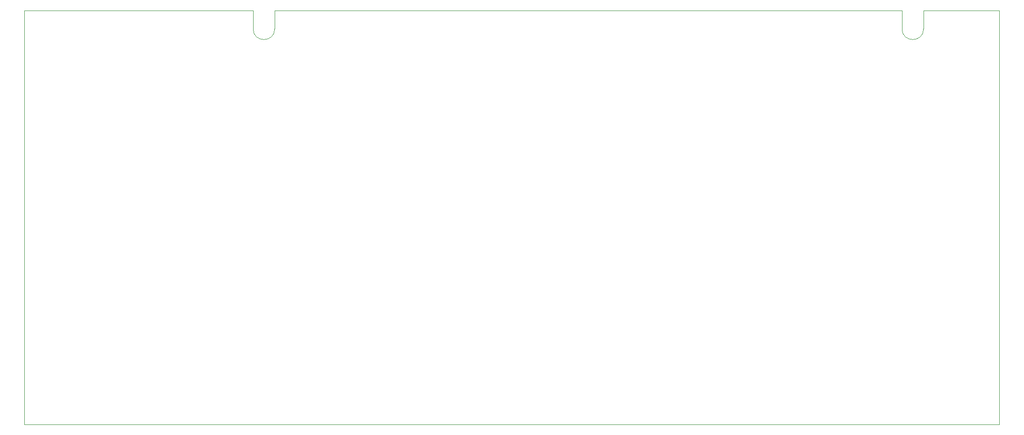
<source format=gm1>
G04 #@! TF.GenerationSoftware,KiCad,Pcbnew,5.1.8+dfsg1-1~bpo10+1*
G04 #@! TF.CreationDate,2020-11-24T20:00:48+01:00*
G04 #@! TF.ProjectId,armpofo_keyboard,61726d70-6f66-46f5-9f6b-6579626f6172,rev?*
G04 #@! TF.SameCoordinates,Original*
G04 #@! TF.FileFunction,Profile,NP*
%FSLAX46Y46*%
G04 Gerber Fmt 4.6, Leading zero omitted, Abs format (unit mm)*
G04 Created by KiCad (PCBNEW 5.1.8+dfsg1-1~bpo10+1) date 2020-11-24 20:00:48*
%MOMM*%
%LPD*%
G01*
G04 APERTURE LIST*
G04 #@! TA.AperFunction,Profile*
%ADD10C,0.050000*%
G04 #@! TD*
G04 APERTURE END LIST*
D10*
X166000000Y0D02*
X180000000Y0D01*
X46200000Y0D02*
X162000000Y0D01*
X46200000Y-3400000D02*
X46200000Y0D01*
X42200000Y-3400000D02*
X42200000Y0D01*
X166000000Y-3400000D02*
X166000000Y0D01*
X162000000Y-3400000D02*
X162000000Y0D01*
X166000000Y-3400000D02*
G75*
G02*
X162000000Y-3400000I-2000000J0D01*
G01*
X46200000Y-3400000D02*
G75*
G02*
X42200000Y-3400000I-2000000J0D01*
G01*
X0Y-76500000D02*
X0Y0D01*
X180000000Y-76500000D02*
X0Y-76500000D01*
X180000000Y0D02*
X180000000Y-76500000D01*
X0Y0D02*
X42200000Y0D01*
M02*

</source>
